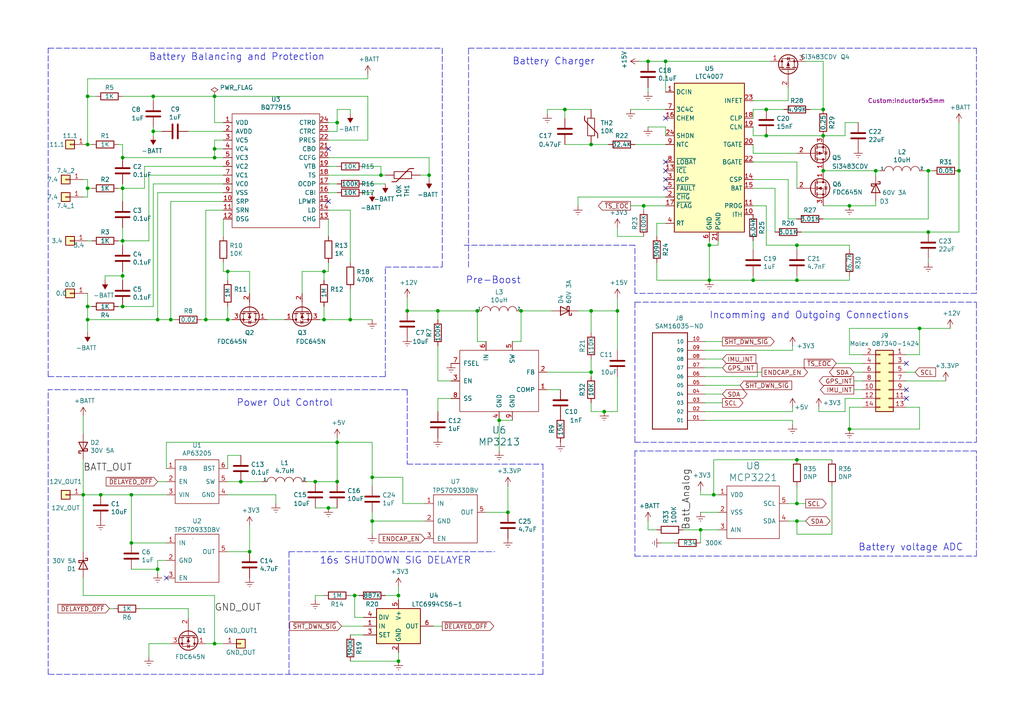
<source format=kicad_sch>
(kicad_sch (version 20211123) (generator eeschema)
  (paper "A4")
  (title_block (title "Makaniu BMS 1.1") (date "2020-08-13") (rev "0") (company "Open Ocean Initiative") (comment 1 "Drawn By: Lui Kawasumi"))
  (junction (at 44.45 27.94))
  (junction (at 222.25 39.37))
  (junction (at 97.79 35.56))
  (junction (at 45.72 92.71))
  (junction (at 246.38 59.69))
  (junction (at 203.2 153.67))
  (junction (at 25.4 54.61))
  (junction (at 95.25 147.32))
  (junction (at 186.69 59.69))
  (junction (at 118.11 90.17))
  (junction (at 124.46 50.8))
  (junction (at 72.39 160.02))
  (junction (at 97.79 128.27))
  (junction (at 35.56 80.01))
  (junction (at 205.74 81.28))
  (junction (at 115.57 172.72))
  (junction (at 101.6 92.71))
  (junction (at 266.7 95.25))
  (junction (at 207.01 143.51))
  (junction (at 175.26 119.38))
  (junction (at 147.32 148.59))
  (junction (at 187.96 17.78))
  (junction (at 62.23 27.94))
  (junction (at 171.45 107.95))
  (junction (at 93.98 78.74))
  (junction (at 238.76 39.37))
  (junction (at 35.56 69.85))
  (junction (at 231.14 146.05))
  (junction (at 35.56 54.61))
  (junction (at 102.87 172.72))
  (junction (at 91.44 139.7))
  (junction (at 222.25 31.75))
  (junction (at 151.13 90.17))
  (junction (at 110.49 50.8))
  (junction (at 25.4 88.9))
  (junction (at 38.1 157.48))
  (junction (at 238.76 31.75))
  (junction (at 35.56 88.9))
  (junction (at 24.13 143.51))
  (junction (at 179.07 90.17))
  (junction (at 45.72 165.1))
  (junction (at 44.45 38.1))
  (junction (at 35.56 45.72))
  (junction (at 49.53 92.71))
  (junction (at 29.21 143.51))
  (junction (at 254 49.53))
  (junction (at 59.69 92.71))
  (junction (at 69.85 139.7))
  (junction (at 278.13 49.53))
  (junction (at 62.23 45.72))
  (junction (at 25.4 27.94))
  (junction (at 218.44 81.28))
  (junction (at 107.95 151.13))
  (junction (at 107.95 138.43))
  (junction (at 269.24 49.53))
  (junction (at 246.38 124.46))
  (junction (at 238.76 49.53))
  (junction (at 66.04 92.71))
  (junction (at 163.83 31.75))
  (junction (at 231.14 71.12))
  (junction (at 62.23 186.69))
  (junction (at 127 90.17))
  (junction (at 138.43 90.17))
  (junction (at 269.24 67.31))
  (junction (at 144.78 121.92))
  (junction (at 193.04 17.78))
  (junction (at 62.23 43.18))
  (junction (at 66.04 78.74))
  (junction (at 97.79 139.7))
  (junction (at 205.74 71.12))
  (junction (at 93.98 92.71))
  (junction (at 38.1 143.51))
  (junction (at 231.14 81.28))
  (junction (at 171.45 41.91))
  (junction (at 115.57 191.77))
  (junction (at 25.4 41.91))
  (junction (at 171.45 90.17))
  (junction (at 25.4 92.71))
  (junction (at 231.14 151.13))
  (junction (at 231.14 133.35))
  (no_connect (at 48.26 167.64))
  (no_connect (at 193.04 46.99))
  (no_connect (at 193.04 54.61))
  (no_connect (at 262.89 113.03))
  (no_connect (at 95.25 58.42))
  (no_connect (at 262.89 105.41))
  (no_connect (at 193.04 52.07))
  (no_connect (at 262.89 115.57))
  (no_connect (at 193.04 34.29))
  (no_connect (at 193.04 49.53))
  (no_connect (at 95.25 43.18))
  (wire (pts (xy 45.72 139.7) (xy 48.26 139.7)))
  (wire (pts (xy 205.74 81.28) (xy 190.5 81.28)))
  (wire (pts (xy 38.1 143.51) (xy 48.26 143.51)))
  (wire (pts (xy 62.23 27.94) (xy 106.68 27.94)))
  (wire (pts (xy 193.04 39.37) (xy 193.04 36.83)))
  (wire (pts (xy 238.76 49.53) (xy 254 49.53)))
  (wire (pts (xy 250.19 110.49) (xy 247.65 110.49)))
  (wire (pts (xy 110.49 48.26) (xy 110.49 50.8)))
  (wire (pts (xy 97.79 128.27) (xy 97.79 127)))
  (wire (pts (xy 24.13 172.72) (xy 62.23 172.72)))
  (wire (pts (xy 228.6 29.21) (xy 228.6 25.4)))
  (wire (pts (xy 35.56 80.01) (xy 30.48 80.01)))
  (wire (pts (xy 95.25 60.96) (xy 101.6 60.96)))
  (wire (pts (xy 62.23 172.72) (xy 62.23 186.69)))
  (wire (pts (xy 127 115.57) (xy 127 119.38)))
  (wire (pts (xy 238.76 63.5) (xy 269.24 63.5)))
  (wire (pts (xy 269.24 49.53) (xy 267.97 49.53)))
  (wire (pts (xy 204.47 111.76) (xy 214.63 111.76)))
  (wire (pts (xy 250.19 115.57) (xy 245.11 115.57)))
  (wire (pts (xy 171.45 41.91) (xy 163.83 41.91)))
  (wire (pts (xy 232.41 67.31) (xy 269.24 67.31)))
  (wire (pts (xy 40.64 176.53) (xy 54.61 176.53)))
  (wire (pts (xy 45.72 165.1) (xy 45.72 166.37)))
  (wire (pts (xy 97.79 35.56) (xy 95.25 35.56)))
  (wire (pts (xy 231.14 81.28) (xy 246.38 81.28)))
  (wire (pts (xy 95.25 78.74) (xy 93.98 78.74)))
  (wire (pts (xy 25.4 22.86) (xy 25.4 27.94)))
  (wire (pts (xy 262.89 107.95) (xy 265.43 107.95)))
  (wire (pts (xy 222.25 59.69) (xy 222.25 71.12)))
  (wire (pts (xy 229.87 121.92) (xy 229.87 123.19)))
  (wire (pts (xy 31.75 176.53) (xy 33.02 176.53)))
  (polyline (pts (xy 184.15 130.81) (xy 184.15 161.29)))
  (polyline (pts (xy 111.76 109.22) (xy 111.76 77.47)))
  (wire (pts (xy 231.14 133.35) (xy 207.01 133.35)))
  (wire (pts (xy 193.04 31.75) (xy 182.88 31.75)))
  (wire (pts (xy 186.69 59.69) (xy 193.04 59.69)))
  (wire (pts (xy 66.04 139.7) (xy 69.85 139.7)))
  (wire (pts (xy 224.79 54.61) (xy 224.79 67.31)))
  (wire (pts (xy 218.44 36.83) (xy 218.44 39.37)))
  (wire (pts (xy 107.95 151.13) (xy 123.19 151.13)))
  (wire (pts (xy 102.87 179.07) (xy 102.87 172.72)))
  (wire (pts (xy 204.47 101.6) (xy 229.87 101.6)))
  (wire (pts (xy 64.77 45.72) (xy 62.23 45.72)))
  (wire (pts (xy 205.74 69.85) (xy 205.74 71.12)))
  (wire (pts (xy 218.44 52.07) (xy 228.6 52.07)))
  (polyline (pts (xy 283.21 13.97) (xy 283.21 85.09)))
  (wire (pts (xy 245.11 115.57) (xy 245.11 119.38)))
  (wire (pts (xy 204.47 104.14) (xy 209.55 104.14)))
  (wire (pts (xy 54.61 176.53) (xy 54.61 179.07)))
  (wire (pts (xy 222.25 39.37) (xy 238.76 39.37)))
  (wire (pts (xy 179.07 90.17) (xy 179.07 86.36)))
  (wire (pts (xy 25.4 88.9) (xy 26.67 88.9)))
  (wire (pts (xy 207.01 143.51) (xy 203.2 143.51)))
  (wire (pts (xy 87.63 78.74) (xy 87.63 85.09)))
  (wire (pts (xy 25.4 88.9) (xy 25.4 92.71)))
  (wire (pts (xy 186.69 60.96) (xy 186.69 59.69)))
  (polyline (pts (xy 184.15 161.29) (xy 283.21 161.29)))
  (wire (pts (xy 35.56 27.94) (xy 44.45 27.94)))
  (wire (pts (xy 237.49 119.38) (xy 237.49 118.11)))
  (wire (pts (xy 158.75 31.75) (xy 158.75 33.02)))
  (wire (pts (xy 238.76 39.37) (xy 245.11 39.37)))
  (wire (pts (xy 44.45 88.9) (xy 35.56 88.9)))
  (wire (pts (xy 175.26 119.38) (xy 179.07 119.38)))
  (wire (pts (xy 93.98 172.72) (xy 91.44 172.72)))
  (wire (pts (xy 231.14 151.13) (xy 228.6 151.13)))
  (polyline (pts (xy 184.15 87.63) (xy 283.21 87.63)))
  (wire (pts (xy 190.5 76.2) (xy 190.5 81.28)))
  (wire (pts (xy 24.13 57.15) (xy 25.4 57.15)))
  (wire (pts (xy 127 100.33) (xy 127 110.49)))
  (wire (pts (xy 171.45 109.22) (xy 171.45 107.95)))
  (wire (pts (xy 46.99 38.1) (xy 44.45 38.1)))
  (wire (pts (xy 26.67 69.85) (xy 25.4 69.85)))
  (wire (pts (xy 24.13 167.64) (xy 24.13 172.72)))
  (wire (pts (xy 93.98 92.71) (xy 101.6 92.71)))
  (wire (pts (xy 130.81 115.57) (xy 127 115.57)))
  (wire (pts (xy 102.87 172.72) (xy 104.14 172.72)))
  (wire (pts (xy 229.87 100.33) (xy 229.87 101.6)))
  (wire (pts (xy 95.25 147.32) (xy 97.79 147.32)))
  (polyline (pts (xy 135.89 13.97) (xy 283.21 13.97)))
  (wire (pts (xy 97.79 31.75) (xy 101.6 31.75)))
  (polyline (pts (xy 118.11 134.62) (xy 157.48 134.62)))
  (wire (pts (xy 41.91 48.26) (xy 41.91 54.61)))
  (wire (pts (xy 115.57 189.23) (xy 115.57 191.77)))
  (wire (pts (xy 185.42 17.78) (xy 187.96 17.78)))
  (wire (pts (xy 204.47 114.3) (xy 209.55 114.3)))
  (wire (pts (xy 35.56 53.34) (xy 35.56 54.61)))
  (wire (pts (xy 43.18 190.5) (xy 43.18 186.69)))
  (wire (pts (xy 97.79 38.1) (xy 97.79 35.56)))
  (wire (pts (xy 99.06 181.61) (xy 105.41 181.61)))
  (polyline (pts (xy 13.97 195.58) (xy 13.97 113.03)))
  (wire (pts (xy 270.51 49.53) (xy 269.24 49.53)))
  (polyline (pts (xy 283.21 130.81) (xy 184.15 130.81)))
  (wire (pts (xy 208.28 143.51) (xy 207.01 143.51)))
  (wire (pts (xy 118.11 90.17) (xy 118.11 86.36)))
  (wire (pts (xy 231.14 80.01) (xy 231.14 81.28)))
  (wire (pts (xy 62.23 40.64) (xy 62.23 43.18)))
  (wire (pts (xy 171.45 31.75) (xy 163.83 31.75)))
  (wire (pts (xy 91.44 147.32) (xy 95.25 147.32)))
  (wire (pts (xy 269.24 49.53) (xy 269.24 63.5)))
  (wire (pts (xy 66.04 78.74) (xy 72.39 78.74)))
  (wire (pts (xy 254 49.53) (xy 254 50.8)))
  (wire (pts (xy 107.95 151.13) (xy 107.95 154.94)))
  (wire (pts (xy 101.6 92.71) (xy 107.95 92.71)))
  (wire (pts (xy 95.25 76.2) (xy 95.25 78.74)))
  (wire (pts (xy 88.9 139.7) (xy 91.44 139.7)))
  (wire (pts (xy 48.26 128.27) (xy 48.26 135.89)))
  (wire (pts (xy 59.69 60.96) (xy 64.77 60.96)))
  (wire (pts (xy 24.13 143.51) (xy 29.21 143.51)))
  (wire (pts (xy 234.95 31.75) (xy 238.76 31.75)))
  (wire (pts (xy 231.14 46.99) (xy 218.44 46.99)))
  (wire (pts (xy 231.14 71.12) (xy 231.14 72.39)))
  (wire (pts (xy 207.01 133.35) (xy 207.01 143.51)))
  (wire (pts (xy 266.7 124.46) (xy 266.7 118.11)))
  (wire (pts (xy 190.5 64.77) (xy 190.5 68.58)))
  (wire (pts (xy 254 59.69) (xy 254 58.42)))
  (wire (pts (xy 107.95 128.27) (xy 97.79 128.27)))
  (wire (pts (xy 45.72 162.56) (xy 45.72 165.1)))
  (wire (pts (xy 24.13 120.65) (xy 24.13 125.73)))
  (wire (pts (xy 218.44 44.45) (xy 231.14 44.45)))
  (wire (pts (xy 107.95 148.59) (xy 107.95 151.13)))
  (wire (pts (xy 193.04 26.67) (xy 193.04 17.78)))
  (wire (pts (xy 231.14 154.94) (xy 241.3 154.94)))
  (wire (pts (xy 246.38 95.25) (xy 266.7 95.25)))
  (wire (pts (xy 124.46 50.8) (xy 121.92 50.8)))
  (wire (pts (xy 115.57 172.72) (xy 111.76 172.72)))
  (wire (pts (xy 115.57 172.72) (xy 115.57 170.18)))
  (wire (pts (xy 62.23 186.69) (xy 64.77 186.69)))
  (wire (pts (xy 245.11 35.56) (xy 248.92 35.56)))
  (wire (pts (xy 218.44 81.28) (xy 231.14 81.28)))
  (wire (pts (xy 110.49 50.8) (xy 111.76 50.8)))
  (wire (pts (xy 64.77 53.34) (xy 44.45 53.34)))
  (wire (pts (xy 97.79 128.27) (xy 48.26 128.27)))
  (wire (pts (xy 45.72 55.88) (xy 45.72 92.71)))
  (wire (pts (xy 266.7 95.25) (xy 275.59 95.25)))
  (wire (pts (xy 64.77 78.74) (xy 66.04 78.74)))
  (wire (pts (xy 95.25 48.26) (xy 97.79 48.26)))
  (wire (pts (xy 58.42 92.71) (xy 59.69 92.71)))
  (wire (pts (xy 231.14 71.12) (xy 246.38 71.12)))
  (wire (pts (xy 229.87 118.11) (xy 229.87 119.38)))
  (wire (pts (xy 238.76 17.78) (xy 238.76 31.75)))
  (wire (pts (xy 35.56 66.04) (xy 35.56 69.85)))
  (wire (pts (xy 250.19 113.03) (xy 247.65 113.03)))
  (wire (pts (xy 35.56 45.72) (xy 35.56 41.91)))
  (wire (pts (xy 25.4 57.15) (xy 25.4 54.61)))
  (wire (pts (xy 124.46 45.72) (xy 95.25 45.72)))
  (wire (pts (xy 59.69 186.69) (xy 62.23 186.69)))
  (wire (pts (xy 140.97 148.59) (xy 147.32 148.59)))
  (wire (pts (xy 64.77 40.64) (xy 62.23 40.64)))
  (wire (pts (xy 144.78 121.92) (xy 144.78 130.81)))
  (wire (pts (xy 208.28 71.12) (xy 205.74 71.12)))
  (wire (pts (xy 167.64 90.17) (xy 171.45 90.17)))
  (wire (pts (xy 246.38 80.01) (xy 246.38 81.28)))
  (wire (pts (xy 190.5 153.67) (xy 187.96 153.67)))
  (wire (pts (xy 95.25 50.8) (xy 110.49 50.8)))
  (wire (pts (xy 35.56 58.42) (xy 35.56 54.61)))
  (wire (pts (xy 278.13 49.53) (xy 278.13 35.56)))
  (wire (pts (xy 38.1 157.48) (xy 48.26 157.48)))
  (wire (pts (xy 208.28 69.85) (xy 208.28 71.12)))
  (wire (pts (xy 25.4 92.71) (xy 25.4 96.52)))
  (wire (pts (xy 158.75 113.03) (xy 162.56 113.03)))
  (wire (pts (xy 171.45 116.84) (xy 171.45 119.38)))
  (wire (pts (xy 35.56 41.91) (xy 34.29 41.91)))
  (wire (pts (xy 124.46 50.8) (xy 124.46 52.07)))
  (wire (pts (xy 95.25 38.1) (xy 97.79 38.1)))
  (wire (pts (xy 151.13 99.06) (xy 151.13 90.17)))
  (wire (pts (xy 64.77 48.26) (xy 41.91 48.26)))
  (wire (pts (xy 171.45 107.95) (xy 158.75 107.95)))
  (wire (pts (xy 219.71 107.95) (xy 220.98 107.95)))
  (wire (pts (xy 171.45 90.17) (xy 179.07 90.17)))
  (wire (pts (xy 97.79 55.88) (xy 95.25 55.88)))
  (wire (pts (xy 95.25 63.5) (xy 95.25 68.58)))
  (wire (pts (xy 27.94 27.94) (xy 25.4 27.94)))
  (wire (pts (xy 241.3 154.94) (xy 241.3 140.97)))
  (wire (pts (xy 130.81 110.49) (xy 127 110.49)))
  (wire (pts (xy 245.11 39.37) (xy 245.11 35.56)))
  (wire (pts (xy 218.44 31.75) (xy 222.25 31.75)))
  (wire (pts (xy 171.45 96.52) (xy 171.45 90.17)))
  (polyline (pts (xy 13.97 109.22) (xy 111.76 109.22)))
  (polyline (pts (xy 83.82 160.02) (xy 143.51 160.02)))
  (wire (pts (xy 193.04 64.77) (xy 190.5 64.77)))
  (wire (pts (xy 269.24 67.31) (xy 278.13 67.31)))
  (wire (pts (xy 49.53 58.42) (xy 49.53 92.71)))
  (wire (pts (xy 35.56 69.85) (xy 34.29 69.85)))
  (wire (pts (xy 193.04 36.83) (xy 187.96 36.83)))
  (wire (pts (xy 205.74 71.12) (xy 205.74 81.28)))
  (wire (pts (xy 151.13 90.17) (xy 160.02 90.17)))
  (polyline (pts (xy 157.48 134.62) (xy 157.48 195.58)))
  (wire (pts (xy 208.28 148.59) (xy 203.2 148.59)))
  (polyline (pts (xy 283.21 161.29) (xy 283.21 130.81)))
  (wire (pts (xy 250.19 107.95) (xy 247.65 107.95)))
  (wire (pts (xy 62.23 35.56) (xy 62.23 27.94)))
  (wire (pts (xy 34.29 88.9) (xy 35.56 88.9)))
  (wire (pts (xy 148.59 99.06) (xy 151.13 99.06)))
  (wire (pts (xy 233.68 151.13) (xy 231.14 151.13)))
  (wire (pts (xy 262.89 118.11) (xy 266.7 118.11)))
  (wire (pts (xy 163.83 31.75) (xy 163.83 34.29)))
  (polyline (pts (xy 283.21 85.09) (xy 184.15 85.09)))
  (polyline (pts (xy 184.15 128.27) (xy 283.21 128.27)))
  (wire (pts (xy 25.4 27.94) (xy 25.4 41.91)))
  (wire (pts (xy 218.44 34.29) (xy 218.44 31.75)))
  (wire (pts (xy 95.25 53.34) (xy 97.79 53.34)))
  (wire (pts (xy 245.11 119.38) (xy 237.49 119.38)))
  (wire (pts (xy 231.14 151.13) (xy 231.14 154.94)))
  (wire (pts (xy 246.38 59.69) (xy 254 59.69)))
  (wire (pts (xy 105.41 179.07) (xy 102.87 179.07)))
  (wire (pts (xy 93.98 81.28) (xy 93.98 78.74)))
  (wire (pts (xy 62.23 43.18) (xy 64.77 43.18)))
  (wire (pts (xy 262.89 110.49) (xy 274.32 110.49)))
  (wire (pts (xy 127 90.17) (xy 127 92.71)))
  (wire (pts (xy 171.45 107.95) (xy 171.45 104.14)))
  (wire (pts (xy 179.07 68.58) (xy 186.69 68.58)))
  (wire (pts (xy 29.21 143.51) (xy 38.1 143.51)))
  (wire (pts (xy 218.44 39.37) (xy 222.25 39.37)))
  (wire (pts (xy 144.78 121.92) (xy 148.59 121.92)))
  (wire (pts (xy 187.96 17.78) (xy 193.04 17.78)))
  (wire (pts (xy 229.87 119.38) (xy 204.47 119.38)))
  (wire (pts (xy 26.67 54.61) (xy 25.4 54.61)))
  (wire (pts (xy 105.41 184.15) (xy 101.6 184.15)))
  (wire (pts (xy 101.6 60.96) (xy 101.6 76.2)))
  (wire (pts (xy 205.74 81.28) (xy 218.44 81.28)))
  (wire (pts (xy 187.96 25.4) (xy 187.96 26.67)))
  (wire (pts (xy 101.6 83.82) (xy 101.6 92.71)))
  (polyline (pts (xy 184.15 87.63) (xy 184.15 128.27)))
  (wire (pts (xy 204.47 109.22) (xy 219.71 109.22)))
  (wire (pts (xy 64.77 63.5) (xy 64.77 68.58)))
  (wire (pts (xy 228.6 146.05) (xy 231.14 146.05)))
  (wire (pts (xy 67.31 92.71) (xy 66.04 92.71)))
  (wire (pts (xy 219.71 109.22) (xy 219.71 107.95)))
  (wire (pts (xy 250.19 102.87) (xy 246.38 102.87)))
  (wire (pts (xy 218.44 59.69) (xy 222.25 59.69)))
  (wire (pts (xy 218.44 69.85) (xy 218.44 72.39)))
  (polyline (pts (xy 83.82 160.02) (xy 83.82 195.58)))
  (wire (pts (xy 218.44 29.21) (xy 228.6 29.21)))
  (wire (pts (xy 222.25 71.12) (xy 231.14 71.12)))
  (wire (pts (xy 69.85 139.7) (xy 76.2 139.7)))
  (polyline (pts (xy 13.97 13.97) (xy 128.27 13.97)))
  (wire (pts (xy 167.64 57.15) (xy 167.64 59.69)))
  (wire (pts (xy 35.56 71.12) (xy 35.56 69.85)))
  (wire (pts (xy 105.41 48.26) (xy 110.49 48.26)))
  (wire (pts (xy 218.44 80.01) (xy 218.44 81.28)))
  (wire (pts (xy 127 90.17) (xy 118.11 90.17)))
  (wire (pts (xy 278.13 49.53) (xy 278.13 67.31)))
  (wire (pts (xy 93.98 92.71) (xy 92.71 92.71)))
  (wire (pts (xy 35.56 54.61) (xy 34.29 54.61)))
  (wire (pts (xy 38.1 157.48) (xy 38.1 143.51)))
  (wire (pts (xy 124.46 45.72) (xy 124.46 50.8)))
  (wire (pts (xy 105.41 53.34) (xy 111.76 53.34)))
  (wire (pts (xy 54.61 38.1) (xy 64.77 38.1)))
  (wire (pts (xy 233.68 17.78) (xy 238.76 17.78)))
  (wire (pts (xy 231.14 54.61) (xy 231.14 46.99)))
  (wire (pts (xy 25.4 52.07) (xy 25.4 54.61)))
  (wire (pts (xy 222.25 31.75) (xy 227.33 31.75)))
  (wire (pts (xy 193.04 17.78) (xy 223.52 17.78)))
  (wire (pts (xy 35.56 80.01) (xy 35.56 81.28)))
  (wire (pts (xy 106.68 40.64) (xy 106.68 27.94)))
  (wire (pts (xy 105.41 55.88) (xy 107.95 55.88)))
  (wire (pts (xy 64.77 76.2) (xy 64.77 78.74)))
  (wire (pts (xy 45.72 92.71) (xy 49.53 92.71)))
  (wire (pts (xy 228.6 52.07) (xy 228.6 63.5)))
  (wire (pts (xy 262.89 102.87) (xy 266.7 102.87)))
  (wire (pts (xy 182.88 59.69) (xy 186.69 59.69)))
  (wire (pts (xy 125.73 181.61) (xy 128.27 181.61)))
  (polyline (pts (xy 184.15 85.09) (xy 184.15 71.12)))
  (wire (pts (xy 250.19 105.41) (xy 242.57 105.41)))
  (wire (pts (xy 147.32 140.97) (xy 147.32 148.59)))
  (wire (pts (xy 41.91 54.61) (xy 35.56 54.61)))
  (wire (pts (xy 95.25 40.64) (xy 106.68 40.64)))
  (wire (pts (xy 66.04 81.28) (xy 66.04 78.74)))
  (wire (pts (xy 64.77 35.56) (xy 62.23 35.56)))
  (polyline (pts (xy 283.21 128.27) (xy 283.21 87.63)))
  (wire (pts (xy 269.24 76.2) (xy 269.24 74.93)))
  (wire (pts (xy 203.2 153.67) (xy 198.12 153.67)))
  (wire (pts (xy 91.44 172.72) (xy 91.44 173.99)))
  (wire (pts (xy 266.7 95.25) (xy 266.7 102.87)))
  (wire (pts (xy 80.01 143.51) (xy 80.01 146.05)))
  (wire (pts (xy 24.13 160.02) (xy 24.13 143.51)))
  (wire (pts (xy 179.07 66.04) (xy 179.07 68.58)))
  (polyline (pts (xy 118.11 113.03) (xy 118.11 134.62)))
  (wire (pts (xy 59.69 60.96) (xy 59.69 92.71)))
  (wire (pts (xy 218.44 54.61) (xy 224.79 54.61)))
  (wire (pts (xy 246.38 72.39) (xy 246.38 71.12)))
  (wire (pts (xy 171.45 119.38) (xy 175.26 119.38)))
  (wire (pts (xy 231.14 146.05) (xy 233.68 146.05)))
  (wire (pts (xy 246.38 102.87) (xy 246.38 95.25)))
  (wire (pts (xy 66.04 160.02) (xy 72.39 160.02)))
  (wire (pts (xy 44.45 53.34) (xy 44.45 88.9)))
  (wire (pts (xy 204.47 121.92) (xy 229.87 121.92)))
  (wire (pts (xy 72.39 152.4) (xy 72.39 160.02)))
  (wire (pts (xy 66.04 92.71) (xy 66.04 88.9)))
  (wire (pts (xy 91.44 139.7) (xy 97.79 139.7)))
  (polyline (pts (xy 135.89 77.47) (xy 135.89 13.97)))
  (wire (pts (xy 115.57 173.99) (xy 115.57 172.72)))
  (wire (pts (xy 246.38 124.46) (xy 266.7 124.46)))
  (wire (pts (xy 59.69 92.71) (xy 66.04 92.71)))
  (wire (pts (xy 138.43 90.17) (xy 127 90.17)))
  (wire (pts (xy 80.01 143.51) (xy 66.04 143.51)))
  (wire (pts (xy 106.68 22.86) (xy 25.4 22.86)))
  (wire (pts (xy 35.56 78.74) (xy 35.56 80.01)))
  (wire (pts (xy 72.39 78.74) (xy 72.39 85.09)))
  (wire (pts (xy 44.45 38.1) (xy 44.45 39.37)))
  (polyline (pts (xy 128.27 13.97) (xy 128.27 77.47)))
  (wire (pts (xy 123.19 146.05) (xy 116.84 146.05)))
  (wire (pts (xy 97.79 31.75) (xy 97.79 35.56)))
  (wire (pts (xy 101.6 31.75) (xy 101.6 33.02)))
  (wire (pts (xy 24.13 52.07) (xy 25.4 52.07)))
  (wire (pts (xy 138.43 90.17) (xy 138.43 99.06)))
  (wire (pts (xy 49.53 92.71) (xy 50.8 92.71)))
  (wire (pts (xy 193.04 57.15) (xy 167.64 57.15)))
  (wire (pts (xy 30.48 80.01) (xy 30.48 81.28)))
  (wire (pts (xy 191.77 157.48) (xy 195.58 157.48)))
  (wire (pts (xy 228.6 63.5) (xy 231.14 63.5)))
  (wire (pts (xy 179.07 101.6) (xy 179.07 90.17)))
  (polyline (pts (xy 118.11 113.03) (xy 13.97 113.03)))
  (wire (pts (xy 179.07 119.38) (xy 179.07 109.22)))
  (wire (pts (xy 116.84 138.43) (xy 107.95 138.43)))
  (wire (pts (xy 107.95 138.43) (xy 107.95 140.97)))
  (wire (pts (xy 193.04 41.91) (xy 184.15 41.91)))
  (wire (pts (xy 93.98 78.74) (xy 87.63 78.74)))
  (wire (pts (xy 106.68 22.86) (xy 106.68 21.59)))
  (wire (pts (xy 43.18 50.8) (xy 64.77 50.8)))
  (wire (pts (xy 97.79 128.27) (xy 97.79 139.7)))
  (wire (pts (xy 25.4 92.71) (xy 45.72 92.71)))
  (wire (pts (xy 82.55 92.71) (xy 77.47 92.71)))
  (wire (pts (xy 62.23 43.18) (xy 62.23 45.72)))
  (wire (pts (xy 62.23 45.72) (xy 35.56 45.72)))
  (wire (pts (xy 241.3 133.35) (xy 231.14 133.35)))
  (polyline (pts (xy 13.97 109.22) (xy 13.97 13.97)))
  (wire (pts (xy 107.95 128.27) (xy 107.95 138.43)))
  (polyline (pts (xy 111.76 77.47) (xy 128.27 77.47)))
  (wire (pts (xy 44.45 36.83) (xy 44.45 38.1)))
  (wire (pts (xy 24.13 133.35) (xy 24.13 143.51)))
  (wire (pts (xy 44.45 27.94) (xy 62.23 27.94)))
  (wire (pts (xy 218.44 41.91) (xy 218.44 44.45)))
  (wire (pts (xy 101.6 172.72) (xy 102.87 172.72)))
  (wire (pts (xy 26.67 41.91) (xy 25.4 41.91)))
  (wire (pts (xy 66.04 132.08) (xy 69.85 132.08)))
  (wire (pts (xy 93.98 92.71) (xy 93.98 88.9)))
  (wire (pts (xy 203.2 143.51) (xy 203.2 142.24)))
  (wire (pts (xy 254 49.53) (xy 255.27 49.53)))
  (wire (pts (xy 49.53 186.69) (xy 43.18 186.69)))
  (wire (pts (xy 138.43 99.06) (xy 140.97 99.06)))
  (wire (pts (xy 204.47 116.84) (xy 209.55 116.84)))
  (wire (pts (xy 238.76 59.69) (xy 246.38 59.69)))
  (wire (pts (xy 38.1 165.1) (xy 45.72 165.1)))
  (wire (pts (xy 101.6 191.77) (xy 115.57 191.77)))
  (wire (pts (xy 231.14 146.05) (xy 231.14 140.97)))
  (wire (pts (xy 176.53 41.91) (xy 171.45 41.91)))
  (wire (pts (xy 204.47 106.68) (xy 209.55 106.68)))
  (wire (pts (xy 208.28 153.67) (xy 203.2 153.67)))
  (wire (pts (xy 187.96 153.67) (xy 187.96 151.13)))
  (wire (pts (xy 204.47 99.06) (xy 209.55 99.06)))
  (wire (pts (xy 64.77 55.88) (xy 45.72 55.88)))
  (wire (pts (xy 45.72 162.56) (xy 48.26 162.56)))
  (wire (pts (xy 163.83 31.75) (xy 158.75 31.75)))
  (polyline (pts (xy 184.15 71.12) (xy 134.62 71.12)))
  (wire (pts (xy 66.04 135.89) (xy 66.04 132.08)))
  (wire (pts (xy 25.4 85.09) (xy 25.4 88.9)))
  (wire (pts (xy 44.45 29.21) (xy 44.45 27.94)))
  (wire (pts (xy 246.38 118.11) (xy 246.38 124.46)))
  (wire (pts (xy 203.2 153.67) (xy 203.2 157.48)))
  (wire (pts (xy 250.19 118.11) (xy 246.38 118.11)))
  (wire (pts (xy 35.56 69.85) (xy 43.18 69.85)))
  (polyline (pts (xy 157.48 195.58) (xy 13.97 195.58)))
  (wire (pts (xy 116.84 146.05) (xy 116.84 138.43)))
  (wire (pts (xy 43.18 69.85) (xy 43.18 50.8)))
  (wire (pts (xy 49.53 58.42) (xy 64.77 58.42)))
  (text "Power Out Control" (at 68.58 118.11 0) (effects (font (size 2.0066 2.0066)) (justify left bottom)))
  (text "16s SHUTDOWN SIG DELAYER" (at 92.71 163.83 0) (effects (font (size 2.0066 2.0066)) (justify left bottom)))
  (text "Battery voltage ADC" (at 248.92 160.02 0) (effects (font (size 2.0066 2.0066)) (justify left bottom)))
  (text "Pre-Boost" (at 151.13 82.55 180) (effects (font (size 2.0066 2.0066)) (justify right bottom)))
  (text "Battery Charger" (at 148.59 19.05 0) (effects (font (size 2.0066 2.0066)) (justify left bottom)))
  (text "Battery Balancing and Protection" (at 43.18 17.78 0) (effects (font (size 2.0066 2.0066)) (justify left bottom)))
  (text "Incomming and Outgoing Connections" (at 205.74 92.71 0) (effects (font (size 2.0066 2.0066)) (justify left bottom)))
  (label "BATT_OUT" (at 24.13 137.16 0) (effects (font (size 2.0066 2.0066))))
  (label "Batt_Analog" (at 200.66 153.67 90) (effects (font (size 2.0066 2.0066))))
  (label "GND_OUT" (at 62.23 177.8 0) (effects (font (size 2.0066 2.0066))))
  (global_label "~{DELAYED_OFF}" (shape output) (at 128.27 181.61 0) (property "Intersheet References" "${INTERSHEET_REFS}" (effects hide)))
  (global_label "SDA" (shape bidirectional) (at 247.65 107.95 180) (property "Intersheet References" "${INTERSHEET_REFS}" (effects hide)))
  (global_label "~{DELAYED_OFF}" (shape input) (at 45.72 139.7 180) (property "Intersheet References" "${INTERSHEET_REFS}" (effects hide)))
  (global_label "~{TS_EOC}" (shape input) (at 242.57 105.41 180) (property "Intersheet References" "${INTERSHEET_REFS}" (effects hide)))
  (global_label "~{SHT_DWN_SIG}" (shape output) (at 209.55 99.06 0) (property "Intersheet References" "${INTERSHEET_REFS}" (effects hide)))
  (global_label "SCL" (shape output) (at 209.55 116.84 0) (property "Intersheet References" "${INTERSHEET_REFS}" (effects hide)))
  (global_label "~{DELAYED_OFF}" (shape input) (at 31.75 176.53 180) (property "Intersheet References" "${INTERSHEET_REFS}" (effects hide)))
  (global_label "SDA" (shape bidirectional) (at 233.68 151.13 0) (property "Intersheet References" "${INTERSHEET_REFS}" (effects hide)))
  (global_label "GPS_INT" (shape input) (at 209.55 106.68 0) (property "Intersheet References" "${INTERSHEET_REFS}" (effects hide)))
  (global_label "~{SHT_DWN_SIG}" (shape input) (at 214.63 111.76 0) (property "Intersheet References" "${INTERSHEET_REFS}" (effects hide)))
  (global_label "~{TS_EOC}" (shape output) (at 182.88 59.69 180) (property "Intersheet References" "${INTERSHEET_REFS}" (effects hide)))
  (global_label "IMU_INT" (shape input) (at 209.55 104.14 0) (property "Intersheet References" "${INTERSHEET_REFS}" (effects hide)))
  (global_label "ENDCAP_EN" (shape output) (at 220.98 107.95 0) (property "Intersheet References" "${INTERSHEET_REFS}" (effects hide)))
  (global_label "ENDCAP_EN" (shape input) (at 123.19 156.21 180) (property "Intersheet References" "${INTERSHEET_REFS}" (effects hide)))
  (global_label "~{SHT_DWN_SIG}" (shape input) (at 99.06 181.61 180) (property "Intersheet References" "${INTERSHEET_REFS}" (effects hide)))
  (global_label "SCL" (shape input) (at 265.43 107.95 0) (property "Intersheet References" "${INTERSHEET_REFS}" (effects hide)))
  (global_label "GPS_INT" (shape output) (at 247.65 110.49 180) (property "Intersheet References" "${INTERSHEET_REFS}" (effects hide)))
  (global_label "SDA" (shape bidirectional) (at 209.55 114.3 0) (property "Intersheet References" "${INTERSHEET_REFS}" (effects hide)))
  (global_label "IMU_INT" (shape output) (at 247.65 113.03 180) (property "Intersheet References" "${INTERSHEET_REFS}" (effects hide)))
  (global_label "SCL" (shape output) (at 233.68 146.05 0) (property "Intersheet References" "${INTERSHEET_REFS}" (effects hide)))
  (symbol (lib_id "Maka_BMS-rescue:BQ77915-Custom") (at 80.01 30.48 0) (unit 1)
    (property "Reference" "U3" (at 80.01 28.829 0))
    (property "Value" "BQ77915" (at 80.01 31.1404 0))
    (property "Footprint" "Package_SO:TSSOP-24_4.4x7.8mm_P0.65mm" (effects hide))
    (property "Digikey" "296-50995-1-ND" (effects hide))
    (property "LCSC" "C2905736" (effects hide))
    (property "Buy Digikey" "Buy: No stock" (effects hide))
  )
  (symbol (lib_id "Maka_BMS-rescue:T1M-10-F-SH-L-K-Custom") (at 194.31 111.76 180) (unit 1)
    (property "Reference" "J8" (at 197.0278 92.2782 0))
    (property "Value" " ‎SAM16035-ND‎" (at 197.0278 94.5896 0))
    (property "Footprint" "Custom:SAMTEC_T1M-10-F-SH-L-K" (effects hide))
    (property "Digikey" "	SAM11993-ND" (effects hide))
    (property "Buy Digikey" "skip: SAMTEC" (effects hide))
  )
  (symbol (lib_id "Connector_Generic:Conn_02x07_Odd_Even") (at 257.81 110.49 0) (mirror y) (unit 1)
    (property "Reference" "J9" (at 256.54 97.3582 0))
    (property "Value" "Molex 087340-1424" (at 256.54 99.6696 0))
    (property "Footprint" "Custom:Molex_87340-1424_B" (effects hide))
    (property "Digikey" "	23-0873401424-ND" (effects hide))
    (property "Buy Digikey" "Buy: limited" (effects hide))
  )
  (symbol (lib_id "power:+5V") (at 229.87 118.11 0) (unit 1)
    (property "Reference" "#PWR030" (effects hide))
    (property "Value" "+5V" (at 232.41 118.11 0))
  )
  (symbol (lib_id "Device:R") (at 31.75 27.94 270) (unit 1)
    (property "Reference" "R5" (at 31.75 25.4 90))
    (property "Value" "1K" (at 31.75 27.94 90))
    (property "Footprint" "Resistor_SMD:R_0402_1005Metric" (effects hide))
    (property "Digikey" "YAG1234CT-ND" (effects hide))
    (property "LCSC" "C11702" (effects hide))
    (property "Buy Digikey" "skip" (effects hide))
  )
  (symbol (lib_id "Device:C") (at 50.8 38.1 270) (unit 1)
    (property "Reference" "C9" (at 50.8 31.6992 90))
    (property "Value" "1uF" (at 50.8 34.0106 90))
    (property "Footprint" "Capacitor_SMD:C_0402_1005Metric" (effects hide))
    (property "Digikey" "	490-10017-1-ND" (effects hide))
    (property "LCSC" "C52923" (effects hide))
    (property "Buy Digikey" "skip" (effects hide))
  )
  (symbol (lib_id "power:Earth") (at 246.38 124.46 0) (unit 1)
    (property "Reference" "#PWR033" (effects hide))
    (property "Value" "Earth" (effects hide))
  )
  (symbol (lib_id "power:Earth") (at 229.87 123.19 0) (unit 1)
    (property "Reference" "#PWR031" (effects hide))
    (property "Value" "Earth" (effects hide))
  )
  (symbol (lib_id "Device:C") (at 44.45 33.02 180) (unit 1)
    (property "Reference" "C8" (at 38.1 31.75 0) (effects (justify right)))
    (property "Value" "1uF" (at 38.1 34.29 0) (effects (justify right)))
    (property "Footprint" "Capacitor_SMD:C_0402_1005Metric" (effects hide))
    (property "Digikey" "	490-10017-1-ND" (effects hide))
    (property "LCSC" "C52923" (effects hide))
    (property "Buy Digikey" "skip" (effects hide))
  )
  (symbol (lib_id "Device:R") (at 30.48 41.91 270) (unit 1)
    (property "Reference" "R1" (at 30.48 39.37 90))
    (property "Value" "1K" (at 30.48 41.91 90))
    (property "Footprint" "Resistor_SMD:R_0402_1005Metric" (effects hide))
    (property "Digikey" "YAG1234CT-ND" (effects hide))
    (property "LCSC" "C11702" (effects hide))
    (property "Buy Digikey" "skip" (effects hide))
  )
  (symbol (lib_id "Device:R") (at 64.77 72.39 180) (unit 1)
    (property "Reference" "R10" (at 66.548 71.2216 0) (effects (justify right)))
    (property "Value" "10K" (at 66.548 73.533 0) (effects (justify right)))
    (property "Footprint" "Resistor_SMD:R_0402_1005Metric" (effects hide))
    (property "Digikey" "	311-10.0KLRCT-ND" (effects hide))
    (property "LCSC" "C25744" (effects hide))
    (property "Buy Digikey" "skip" (effects hide))
  )
  (symbol (lib_id "Device:R") (at 95.25 72.39 180) (unit 1)
    (property "Reference" "R13" (at 97.028 71.2216 0) (effects (justify right)))
    (property "Value" "1K" (at 97.028 73.533 0) (effects (justify right)))
    (property "Footprint" "Resistor_SMD:R_0402_1005Metric" (effects hide))
    (property "Digikey" "YAG1234CT-ND" (effects hide))
    (property "LCSC" "C11702" (effects hide))
    (property "Buy Digikey" "skip" (effects hide))
  )
  (symbol (lib_id "Device:C") (at 35.56 49.53 180) (unit 1)
    (property "Reference" "C2" (at 38.481 48.3616 0) (effects (justify right)))
    (property "Value" "0.1uF" (at 38.481 50.673 0) (effects (justify right)))
    (property "Footprint" "Capacitor_SMD:C_0402_1005Metric" (effects hide))
    (property "Digikey" "732-7495-1-ND" (effects hide))
    (property "LCSC" "C155422" (effects hide))
    (property "Buy Digikey" "skip" (effects hide))
  )
  (symbol (lib_id "Device:C") (at 35.56 62.23 180) (unit 1)
    (property "Reference" "C3" (at 38.481 61.0616 0) (effects (justify right)))
    (property "Value" "0.1uF" (at 38.481 63.373 0) (effects (justify right)))
    (property "Footprint" "Capacitor_SMD:C_0402_1005Metric" (effects hide))
    (property "Digikey" "732-7495-1-ND" (effects hide))
    (property "LCSC" "C155422" (effects hide))
    (property "Buy Digikey" "skip" (effects hide))
  )
  (symbol (lib_id "Device:R") (at 30.48 54.61 270) (unit 1)
    (property "Reference" "R2" (at 30.48 52.07 90))
    (property "Value" "1K" (at 30.48 54.61 90))
    (property "Footprint" "Resistor_SMD:R_0402_1005Metric" (effects hide))
    (property "Digikey" "YAG1234CT-ND" (effects hide))
    (property "LCSC" "C11702" (effects hide))
    (property "Buy Digikey" "skip" (effects hide))
  )
  (symbol (lib_id "Device:R") (at 30.48 69.85 270) (unit 1)
    (property "Reference" "R3" (at 30.48 67.31 90))
    (property "Value" "1K" (at 30.48 69.85 90))
    (property "Footprint" "Resistor_SMD:R_0402_1005Metric" (effects hide))
    (property "Digikey" "YAG1234CT-ND" (effects hide))
    (property "LCSC" "C11702" (effects hide))
    (property "Buy Digikey" "skip" (effects hide))
  )
  (symbol (lib_id "Device:C") (at 35.56 74.93 180) (unit 1)
    (property "Reference" "C4" (at 38.481 73.7616 0) (effects (justify right)))
    (property "Value" "0.1uF" (at 38.481 76.073 0) (effects (justify right)))
    (property "Footprint" "Capacitor_SMD:C_0402_1005Metric" (effects hide))
    (property "Digikey" "732-7495-1-ND" (effects hide))
    (property "LCSC" "C155422" (effects hide))
    (property "Buy Digikey" "skip" (effects hide))
  )
  (symbol (lib_id "Device:C") (at 35.56 85.09 180) (unit 1)
    (property "Reference" "C5" (at 38.481 83.9216 0) (effects (justify right)))
    (property "Value" "0.1uF" (at 38.481 86.233 0) (effects (justify right)))
    (property "Footprint" "Capacitor_SMD:C_0402_1005Metric" (effects hide))
    (property "Digikey" "732-7495-1-ND" (effects hide))
    (property "LCSC" "C155422" (effects hide))
    (property "Buy Digikey" "skip" (effects hide))
  )
  (symbol (lib_id "Device:R") (at 30.48 88.9 270) (unit 1)
    (property "Reference" "R4" (at 30.48 91.44 90))
    (property "Value" "1K" (at 30.48 88.9 90))
    (property "Footprint" "Resistor_SMD:R_0402_1005Metric" (effects hide))
    (property "Digikey" "YAG1234CT-ND" (effects hide))
    (property "LCSC" "C11702" (effects hide))
    (property "Buy Digikey" "skip" (effects hide))
  )
  (symbol (lib_id "power:Earth") (at 107.95 92.71 0) (unit 1)
    (property "Reference" "#PWR019" (effects hide))
    (property "Value" "Earth" (effects hide))
  )
  (symbol (lib_id "Device:R") (at 54.61 92.71 270) (unit 1)
    (property "Reference" "R8" (at 54.61 90.17 90))
    (property "Value" "0.02" (at 54.61 92.71 90))
    (property "Footprint" "Resistor_SMD:R_1206_3216Metric" (effects hide))
    (property "Digikey" "WSLP-.02CT-ND" (effects hide))
    (property "LCSC" "C127690" (effects hide))
    (property "Buy Digikey" "skip" (effects hide))
  )
  (symbol (lib_id "Device:Thermistor") (at 116.84 50.8 270) (unit 1)
    (property "Reference" "TH1" (at 118.0084 53.467 0) (effects (justify left)))
    (property "Value" "10K" (at 115.697 53.467 0) (effects (justify left)))
    (property "Footprint" "Resistor_SMD:R_0402_1005Metric" (effects hide))
    (property "Digikey" "495-5814-1-ND" (effects hide))
    (property "LCSC" "C700822" (effects hide))
    (property "Buy Digikey" "skip" (effects hide))
  )
  (symbol (lib_id "Device:R") (at 101.6 55.88 270) (unit 1)
    (property "Reference" "R17" (at 106.68 55.88 90))
    (property "Value" "10K" (at 101.6 55.88 90))
    (property "Footprint" "Resistor_SMD:R_0402_1005Metric" (effects hide))
    (property "Digikey" "	311-10.0KLRCT-ND" (effects hide))
    (property "LCSC" "C25744" (effects hide))
    (property "Buy Digikey" "skip" (effects hide))
  )
  (symbol (lib_id "Device:R") (at 101.6 53.34 270) (unit 1)
    (property "Reference" "R16" (at 106.68 53.34 90))
    (property "Value" "100K" (at 101.6 53.34 90))
    (property "Footprint" "Resistor_SMD:R_0402_1005Metric" (effects hide))
    (property "Digikey" "311-100KLRCT-ND" (effects hide))
    (property "LCSC" "C25741" (effects hide))
    (property "Buy Digikey" "skip" (effects hide))
  )
  (symbol (lib_id "Device:R") (at 101.6 48.26 270) (unit 1)
    (property "Reference" "R15" (at 106.68 48.26 90))
    (property "Value" "10K" (at 101.6 48.26 90))
    (property "Footprint" "Resistor_SMD:R_0402_1005Metric" (effects hide))
    (property "Digikey" "	311-10.0KLRCT-ND" (effects hide))
    (property "LCSC" "C25744" (effects hide))
    (property "Buy Digikey" "skip" (effects hide))
  )
  (symbol (lib_id "Device:R") (at 101.6 80.01 180) (unit 1)
    (property "Reference" "R18" (at 103.378 78.8416 0) (effects (justify right)))
    (property "Value" "470K" (at 103.378 81.153 0) (effects (justify right)))
    (property "Footprint" "Resistor_SMD:R_0402_1005Metric" (effects hide))
    (property "Digikey" "311-470KJRCT-ND" (effects hide))
    (property "LCSC" "C25790" (effects hide))
    (property "Buy Digikey" "skip" (effects hide))
  )
  (symbol (lib_id "Device:R") (at 93.98 85.09 180) (unit 1)
    (property "Reference" "R12" (at 95.758 83.9216 0) (effects (justify right)))
    (property "Value" "1M" (at 93.98 86.36 90) (effects (justify right)))
    (property "Footprint" "Resistor_SMD:R_0402_1005Metric" (effects hide))
    (property "Digikey" "311-1.00MLRCT-ND" (effects hide))
    (property "LCSC" "C26083" (effects hide))
    (property "Buy Digikey" "skip" (effects hide))
  )
  (symbol (lib_id "Device:R") (at 66.04 85.09 180) (unit 1)
    (property "Reference" "R11" (at 67.818 83.9216 0) (effects (justify right)))
    (property "Value" "1M" (at 66.04 86.36 90) (effects (justify right)))
    (property "Footprint" "Resistor_SMD:R_0402_1005Metric" (effects hide))
    (property "Digikey" "311-1.00MLRCT-ND" (effects hide))
    (property "LCSC" "C26083" (effects hide))
    (property "Buy Digikey" "skip" (effects hide))
  )
  (symbol (lib_id "power:+BATT") (at 106.68 21.59 0) (unit 1)
    (property "Reference" "#PWR017" (effects hide))
    (property "Value" "+BATT" (at 107.061 17.1958 0))
  )
  (symbol (lib_id "power:-BATT") (at 25.4 96.52 180) (unit 1)
    (property "Reference" "#PWR02" (effects hide))
    (property "Value" "-BATT" (at 25.019 100.9142 0))
  )
  (symbol (lib_id "Device:Q_NMOS_DGS") (at 72.39 90.17 270) (unit 1)
    (property "Reference" "Q2" (at 72.39 96.4946 90))
    (property "Value" "FDC645N" (at 67.31 99.06 90))
    (property "Footprint" "Custom:SOT-23-6_mosfet" (effects hide))
    (property "Digikey" "FDC655BNCT-ND " (effects hide))
    (property "LCSC" "C241775" (effects hide))
    (property "Buy Digikey" "Buy: Substitute" (effects hide))
  )
  (symbol (lib_id "Device:Q_NMOS_DGS") (at 87.63 90.17 90) (mirror x) (unit 1)
    (property "Reference" "Q3" (at 87.63 96.4946 90))
    (property "Value" "FDC645N" (at 90.17 99.06 90))
    (property "Footprint" "Custom:SOT-23-6_mosfet" (effects hide))
    (property "Digikey" "FDC655BNCT-ND " (effects hide))
    (property "LCSC" "C241775" (effects hide))
    (property "Buy Digikey" "Buy: Substitute" (effects hide))
  )
  (symbol (lib_id "Battery_Management:LTC4007") (at 205.74 46.99 0) (unit 1)
    (property "Reference" "U5" (at 205.74 19.8882 0))
    (property "Value" "LTC4007" (at 205.74 22.1996 0))
    (property "Footprint" "Package_SO:SSOP-24_3.9x8.7mm_P0.635mm" (effects hide))
    (property "Datasheet" "https://www.analog.com/media/en/technical-documentation/data-sheets/4007fc.pdf" (effects hide))
    (property "Digikey" "	LTC4007EGN#PBF-ND" (effects hide))
    (property "LCSC" "C687118" (effects hide))
    (property "Buy Digikey" "Buy: No stock" (effects hide))
  )
  (symbol (lib_id "Device:C") (at 187.96 21.59 180) (unit 1)
    (property "Reference" "C18" (at 190.881 20.4216 0) (effects (justify right)))
    (property "Value" "0.1uF" (at 190.881 22.733 0) (effects (justify right)))
    (property "Footprint" "Capacitor_SMD:C_0402_1005Metric" (effects hide))
    (property "Digikey" "732-7495-1-ND" (effects hide))
    (property "LCSC" "C155422" (effects hide))
    (property "Buy Digikey" "skip" (effects hide))
  )
  (symbol (lib_id "power:Earth") (at 187.96 26.67 0) (unit 1)
    (property "Reference" "#PWR027" (effects hide))
    (property "Value" "Earth" (effects hide))
  )
  (symbol (lib_id "Device:Q_PMOS_DGS") (at 228.6 20.32 90) (unit 1)
    (property "Reference" "Q4" (at 245.11 16.51 90))
    (property "Value" "Si3483CDV" (at 237.49 16.51 90))
    (property "Footprint" "Custom:SOT-23-6_mosfet" (effects hide))
    (property "Digikey" "CPH6350-TL-WOSCT-ND" (effects hide))
    (property "LCSC" "C727455" (effects hide))
    (property "Buy Digikey" "Buy: Substitute" (effects hide))
  )
  (symbol (lib_id "Device:C") (at 222.25 35.56 180) (unit 1)
    (property "Reference" "C20" (at 225.171 34.3916 0) (effects (justify right)))
    (property "Value" "15nF" (at 225.171 36.703 0) (effects (justify right)))
    (property "Footprint" "Capacitor_SMD:C_0402_1005Metric" (effects hide))
    (property "Digikey" "	311-1713-1-ND" (effects hide))
    (property "LCSC" "C114405" (effects hide))
    (property "Buy Digikey" "skip" (effects hide))
  )
  (symbol (lib_id "Device:R") (at 231.14 31.75 270) (unit 1)
    (property "Reference" "R28" (at 231.14 29.21 90))
    (property "Value" "4.99K" (at 231.14 31.75 90))
    (property "Footprint" "Resistor_SMD:R_0402_1005Metric" (effects hide))
    (property "Digikey" "YAG1447CT-ND" (effects hide))
    (property "LCSC" "C25903" (effects hide))
    (property "Buy Digikey" "skip" (effects hide))
  )
  (symbol (lib_id "Device:R") (at 238.76 35.56 180) (unit 1)
    (property "Reference" "R29" (at 241.3 35.56 90))
    (property "Value" "0.25" (at 238.76 35.56 90))
    (property "Footprint" "Resistor_SMD:R_1206_3216Metric" (effects hide))
    (property "Digikey" "311-0.25ANCT-ND" (effects hide))
    (property "LCSC" "C327073" (effects hide))
    (property "Buy Digikey" "skip" (effects hide))
  )
  (symbol (lib_id "Device:C") (at 248.92 39.37 180) (unit 1)
    (property "Reference" "C22" (at 251.841 38.2016 0) (effects (justify right)))
    (property "Value" "22uF" (at 251.841 40.513 0) (effects (justify right)))
    (property "Footprint" "Capacitor_SMD:C_0603_1608Metric" (effects hide))
    (property "Digikey" "1276-7076-1-ND" (effects hide))
    (property "LCSC" "C2835567" (effects hide))
    (property "Buy Digikey" "skip" (effects hide))
  )
  (symbol (lib_id "Device:Q_PMOS_DGS") (at 236.22 44.45 0) (mirror x) (unit 1)
    (property "Reference" "Q5" (at 241.3 45.72 0) (effects (justify left)))
    (property "Value" "Si3483CDV" (at 241.3 48.26 0) (effects (justify left)))
    (property "Footprint" "Custom:SOT-23-6_mosfet" (effects hide))
    (property "Digikey" "CPH6350-TL-WOSCT-ND" (effects hide))
    (property "LCSC" "C727455" (effects hide))
    (property "Buy Digikey" "Buy: Substitute" (effects hide))
  )
  (symbol (lib_id "Device:Q_NMOS_DGS") (at 236.22 54.61 0) (unit 1)
    (property "Reference" "Q6" (at 241.4016 53.4416 0) (effects (justify left)))
    (property "Value" "FDC645N" (at 241.4016 55.753 0) (effects (justify left)))
    (property "Footprint" "Custom:SOT-23-6_mosfet" (effects hide))
    (property "Digikey" "FDC655BNCT-ND " (effects hide))
    (property "LCSC" "C241775" (effects hide))
    (property "Buy Digikey" "Buy: Substitute" (effects hide))
  )
  (symbol (lib_id "power:+BATT") (at 278.13 35.56 0) (unit 1)
    (property "Reference" "#PWR036" (effects hide))
    (property "Value" "+BATT" (at 278.511 31.1658 0))
  )
  (symbol (lib_id "pspice:INDUCTOR") (at 261.62 49.53 0) (unit 1)
    (property "Reference" "L2" (at 261.62 44.069 0))
    (property "Value" "10uH" (at 261.62 46.3804 0))
    (property "Footprint" "Custom:Inductor5x5mm" (at 262.89 29.21 0))
    (property "Digikey" "1589-MPL-SE6040-100CT-ND" (effects hide))
    (property "LCSC" "C354610" (effects hide))
    (property "Buy Digikey" "skip" (effects hide))
  )
  (symbol (lib_id "Device:R") (at 274.32 49.53 270) (unit 1)
    (property "Reference" "R31" (at 274.32 46.99 90))
    (property "Value" "0.05" (at 274.32 49.53 90))
    (property "Footprint" "Resistor_SMD:R_1206_3216Metric" (effects hide))
    (property "Digikey" "MCS1632R050FERCT-ND" (effects hide))
    (property "LCSC" "C127691" (effects hide))
    (property "Buy Digikey" "skip" (effects hide))
  )
  (symbol (lib_id "Device:C") (at 269.24 71.12 180) (unit 1)
    (property "Reference" "C23" (at 272.161 69.9516 0) (effects (justify right)))
    (property "Value" "22uF" (at 272.161 72.263 0) (effects (justify right)))
    (property "Footprint" "Capacitor_SMD:C_0603_1608Metric" (effects hide))
    (property "Digikey" "1276-7076-1-ND" (effects hide))
    (property "LCSC" "C2835567" (effects hide))
    (property "Buy Digikey" "skip" (effects hide))
  )
  (symbol (lib_id "Device:R") (at 228.6 67.31 270) (unit 1)
    (property "Reference" "R26" (at 228.6 64.77 90))
    (property "Value" "3.01K" (at 228.6 67.31 90))
    (property "Footprint" "Resistor_SMD:R_0402_1005Metric" (effects hide))
    (property "Digikey" "	311-3.01KLRCT-ND" (effects hide))
    (property "LCSC" "C25889" (effects hide))
    (property "Buy Digikey" "skip" (effects hide))
  )
  (symbol (lib_id "Device:R") (at 234.95 63.5 270) (unit 1)
    (property "Reference" "R27" (at 234.95 60.96 90))
    (property "Value" "3.01K" (at 234.95 63.5 90))
    (property "Footprint" "Resistor_SMD:R_0402_1005Metric" (effects hide))
    (property "Digikey" "	311-3.01KLRCT-ND" (effects hide))
    (property "LCSC" "C25889" (effects hide))
    (property "Buy Digikey" "skip" (effects hide))
  )
  (symbol (lib_id "Device:R") (at 218.44 66.04 180) (unit 1)
    (property "Reference" "R25" (at 220.98 66.04 90))
    (property "Value" "6.04K" (at 218.44 66.04 90))
    (property "Footprint" "Resistor_SMD:R_0402_1005Metric" (effects hide))
    (property "Digikey" "YAG2293CT-ND" (effects hide))
    (property "LCSC" "C25913" (effects hide))
    (property "Buy Digikey" "skip" (effects hide))
  )
  (symbol (lib_id "power:Earth") (at 205.74 81.28 0) (unit 1)
    (property "Reference" "#PWR028" (effects hide))
    (property "Value" "Earth" (effects hide))
  )
  (symbol (lib_id "Device:C") (at 218.44 76.2 180) (unit 1)
    (property "Reference" "C19" (at 221.361 75.0316 0) (effects (justify right)))
    (property "Value" "1uF" (at 221.361 77.343 0) (effects (justify right)))
    (property "Footprint" "Capacitor_SMD:C_0402_1005Metric" (effects hide))
    (property "Digikey" "	490-10017-1-ND" (effects hide))
    (property "LCSC" "C52923" (effects hide))
    (property "Buy Digikey" "skip" (effects hide))
  )
  (symbol (lib_id "Device:C") (at 231.14 76.2 180) (unit 1)
    (property "Reference" "C21" (at 234.061 75.0316 0) (effects (justify right)))
    (property "Value" "4.7nF" (at 234.061 77.343 0) (effects (justify right)))
    (property "Footprint" "Capacitor_SMD:C_0402_1005Metric" (effects hide))
    (property "Digikey" "	311-1039-1-ND" (effects hide))
    (property "LCSC" "C1538" (effects hide))
    (property "Buy Digikey" "skip" (effects hide))
  )
  (symbol (lib_id "power:+15V") (at 185.42 17.78 90) (unit 1)
    (property "Reference" "#PWR0107" (effects hide))
    (property "Value" "+15V" (at 181.0258 17.399 0))
  )
  (symbol (lib_id "Device:R") (at 190.5 72.39 180) (unit 1)
    (property "Reference" "R24" (at 193.04 72.39 90))
    (property "Value" "309K" (at 190.5 72.39 90))
    (property "Footprint" "Resistor_SMD:R_0402_1005Metric" (effects hide))
    (property "Digikey" "YAG3108CT-ND" (effects hide))
    (property "LCSC" "C122546" (effects hide))
    (property "Buy Digikey" "skip" (effects hide))
  )
  (symbol (lib_id "Device:R") (at 180.34 41.91 270) (unit 1)
    (property "Reference" "R22" (at 180.34 39.37 90))
    (property "Value" "32.4K" (at 180.34 41.91 90))
    (property "Footprint" "Resistor_SMD:R_0402_1005Metric" (effects hide))
    (property "Digikey" "YAG3119CT-ND" (effects hide))
    (property "LCSC" "C26974" (effects hide))
    (property "Buy Digikey" "skip" (effects hide))
  )
  (symbol (lib_id "Device:C") (at 163.83 38.1 180) (unit 1)
    (property "Reference" "C17" (at 156.21 39.37 0) (effects (justify right)))
    (property "Value" "0.47uF" (at 156.21 41.91 0) (effects (justify right)))
    (property "Footprint" "Capacitor_SMD:C_0402_1005Metric" (effects hide))
    (property "Digikey" "490-12269-1-ND" (effects hide))
    (property "LCSC" "C47339" (effects hide))
    (property "Buy Digikey" "skip" (effects hide))
  )
  (symbol (lib_id "Device:Thermistor") (at 171.45 36.83 0) (unit 1)
    (property "Reference" "TH2" (at 174.117 35.6616 0) (effects (justify left)))
    (property "Value" "10K" (at 174.117 37.973 0) (effects (justify left)))
    (property "Footprint" "Resistor_SMD:R_0402_1005Metric" (effects hide))
    (property "Digikey" "	311-10.0KLRCT-ND" (effects hide))
    (property "LCSC" "C25744" (effects hide))
    (property "Buy Digikey" "skip" (effects hide))
  )
  (symbol (lib_id "power:Earth") (at 158.75 33.02 0) (unit 1)
    (property "Reference" "#PWR024" (effects hide))
    (property "Value" "Earth" (effects hide))
  )
  (symbol (lib_id "power:Earth") (at 182.88 31.75 0) (unit 1)
    (property "Reference" "#PWR026" (effects hide))
    (property "Value" "Earth" (effects hide))
  )
  (symbol (lib_id "power:Earth") (at 269.24 76.2 0) (unit 1)
    (property "Reference" "#PWR037" (effects hide))
    (property "Value" "Earth" (effects hide))
  )
  (symbol (lib_id "power:Earth") (at 246.38 59.69 0) (unit 1)
    (property "Reference" "#PWR032" (effects hide))
    (property "Value" "Earth" (effects hide))
  )
  (symbol (lib_id "Custom:MP3213") (at 144.78 110.49 0) (unit 1)
    (property "Reference" "U6" (at 144.78 124.7394 0) (effects (font (size 2.0066 2.0066))))
    (property "Value" "MP3213" (at 144.78 128.1684 0) (effects (font (size 2.0066 2.0066))))
    (property "Footprint" "Package_SO:MSOP-8-1EP_3x3mm_P0.65mm_EP1.95x2.15mm" (effects hide))
    (property "Digikey" "1589-1626-1-ND" (effects hide))
    (property "Mouser" "MP3213DH-LF-Z" (effects hide))
    (property "Buy Digikey" "Buy: Mouser" (effects hide))
  )
  (symbol (lib_id "pspice:INDUCTOR") (at 144.78 90.17 0) (unit 1)
    (property "Reference" "L3" (at 144.78 84.709 0))
    (property "Value" "10uH" (at 144.78 87.0204 0))
    (property "Footprint" "Custom:Inductor5x5mm" (effects hide))
    (property "Digikey" "1589-MPL-SE6040-100CT-ND" (effects hide))
    (property "LCSC" "C354610" (effects hide))
    (property "Buy Digikey" "skip" (effects hide))
  )
  (symbol (lib_id "Device:D_Schottky") (at 163.83 90.17 180) (unit 1)
    (property "Reference" "D4" (at 162.6616 88.138 90) (effects (justify right)))
    (property "Value" "60V 3A" (at 164.973 88.138 90) (effects (justify right)))
    (property "Footprint" "Custom:D_SOD-123EP" (effects hide))
    (property "Digikey" "SSA36CT-ND" (effects hide))
    (property "LCSC" "C282393" (effects hide))
    (property "Buy Digikey" "skip" (effects hide))
  )
  (symbol (lib_id "power:+12V") (at 275.59 95.25 0) (unit 1)
    (property "Reference" "#PWR0102" (effects hide))
    (property "Value" "+12V" (at 275.971 90.8558 0))
  )
  (symbol (lib_id "Device:C") (at 118.11 93.98 0) (unit 1)
    (property "Reference" "C7" (at 123.19 96.52 0) (effects (justify right)))
    (property "Value" "10uF" (at 124.46 99.06 0) (effects (justify right)))
    (property "Footprint" "Capacitor_SMD:C_0603_1608Metric" (effects hide))
    (property "Digikey" "490-7202-1-ND" (effects hide))
    (property "LCSC" "C96446" (effects hide))
    (property "Buy Digikey" "skip" (effects hide))
  )
  (symbol (lib_id "power:Earth") (at 118.11 97.79 0) (unit 1)
    (property "Reference" "#PWR09" (effects hide))
    (property "Value" "Earth" (effects hide))
  )
  (symbol (lib_id "Device:R") (at 127 96.52 0) (unit 1)
    (property "Reference" "R7" (at 124.46 96.52 90))
    (property "Value" "100K" (at 127 96.52 90))
    (property "Footprint" "Resistor_SMD:R_0402_1005Metric" (effects hide))
    (property "Digikey" "311-100KLRCT-ND" (effects hide))
    (property "LCSC" "C25741" (effects hide))
    (property "Buy Digikey" "skip" (effects hide))
  )
  (symbol (lib_id "Maka_BMS-rescue:TPS70933DBV-Custom") (at 57.15 153.67 0) (unit 1)
    (property "Reference" "U2" (at 57.15 151.13 0))
    (property "Value" "TPS70933DBV" (at 57.15 153.67 0))
    (property "Footprint" "Package_TO_SOT_SMD:SOT-23-5" (effects hide))
    (property "Digikey" "497-6979-1-ND" (effects hide))
    (property "LCSC" "C89347" (effects hide))
    (property "Buy Digikey" "Buy: substitute" (effects hide))
  )
  (symbol (lib_id "power:Earth") (at 45.72 166.37 0) (unit 1)
    (property "Reference" "#PWR08" (effects hide))
    (property "Value" "Earth" (effects hide))
  )
  (symbol (lib_id "Device:C") (at 162.56 116.84 0) (unit 1)
    (property "Reference" "C10" (at 167.64 119.38 0) (effects (justify right)))
    (property "Value" "1nF" (at 168.91 121.92 0) (effects (justify right)))
    (property "Footprint" "Capacitor_SMD:C_0402_1005Metric" (effects hide))
    (property "Digikey" "478-1101-2-ND" (effects hide))
    (property "LCSC" "C1523" (effects hide))
    (property "Buy Digikey" "skip" (effects hide))
  )
  (symbol (lib_id "Device:R") (at 162.56 124.46 0) (unit 1)
    (property "Reference" "R9" (at 160.02 124.46 90))
    (property "Value" "15K" (at 162.56 124.46 90))
    (property "Footprint" "Resistor_SMD:R_0402_1005Metric" (effects hide))
    (property "Digikey" "311-15.0KLRTR-ND" (effects hide))
    (property "LCSC" "C25756" (effects hide))
    (property "Buy Digikey" "skip" (effects hide))
  )
  (symbol (lib_id "power:Earth") (at 162.56 128.27 0) (unit 1)
    (property "Reference" "#PWR034" (effects hide))
    (property "Value" "Earth" (effects hide))
  )
  (symbol (lib_id "Device:R") (at 171.45 100.33 0) (unit 1)
    (property "Reference" "R21" (at 168.91 100.33 90))
    (property "Value" "110K" (at 171.45 100.33 90))
    (property "Footprint" "Resistor_SMD:R_0402_1005Metric" (effects hide))
    (property "Digikey" "311-110KLRCT-ND" (effects hide))
    (property "LCSC" "C25745" (effects hide))
    (property "Buy Digikey" "skip" (effects hide))
  )
  (symbol (lib_id "Device:R") (at 171.45 113.03 0) (unit 1)
    (property "Reference" "R32" (at 168.91 113.03 90))
    (property "Value" "10K" (at 171.45 113.03 90))
    (property "Footprint" "Resistor_SMD:R_0402_1005Metric" (effects hide))
    (property "Digikey" "	311-10.0KLRCT-ND" (effects hide))
    (property "LCSC" "C25744" (effects hide))
    (property "Buy Digikey" "skip" (effects hide))
  )
  (symbol (lib_id "Device:C") (at 179.07 105.41 0) (unit 1)
    (property "Reference" "C11" (at 177.8 102.87 0) (effects (justify right)))
    (property "Value" "10uF" (at 179.07 107.95 0) (effects (justify right)))
    (property "Footprint" "Capacitor_SMD:C_0603_1608Metric" (effects hide))
    (property "Digikey" "490-7202-1-ND" (effects hide))
    (property "LCSC" "C96446" (effects hide))
    (property "Buy Digikey" "skip" (effects hide))
  )
  (symbol (lib_id "Device:D_Schottky") (at 24.13 129.54 90) (unit 1)
    (property "Reference" "D2" (at 26.162 128.3716 90) (effects (justify right)))
    (property "Value" "30V 5A" (at 26.162 130.683 90) (effects (justify right)))
    (property "Footprint" "Diode_SMD:D_SMA" (effects hide))
    (property "Digikey" "SK56A-LTPMSTR-ND" (effects hide))
    (property "LCSC" "C173517" (effects hide))
    (property "Buy Digikey" "skip" (effects hide))
  )
  (symbol (lib_id "power:+BATT") (at 24.13 120.65 0) (unit 1)
    (property "Reference" "#PWR03" (effects hide))
    (property "Value" "+BATT" (at 24.511 116.2558 0))
  )
  (symbol (lib_id "Device:C") (at 38.1 161.29 180) (unit 1)
    (property "Reference" "C6" (at 41.021 160.1216 0) (effects (justify right)))
    (property "Value" "1uF" (at 41.021 162.433 0) (effects (justify right)))
    (property "Footprint" "Capacitor_SMD:C_0402_1005Metric" (effects hide))
    (property "Digikey" "	490-10017-1-ND" (effects hide))
    (property "LCSC" "C52923" (effects hide))
    (property "Buy Digikey" "skip" (effects hide))
  )
  (symbol (lib_id "Device:R") (at 246.38 76.2 180) (unit 1)
    (property "Reference" "R30" (at 248.92 76.2 90))
    (property "Value" "26.7K" (at 246.38 76.2 90))
    (property "Footprint" "Resistor_SMD:R_0402_1005Metric" (effects hide))
    (property "Digikey" "	YAG3081CT-ND" (effects hide))
    (property "LCSC" "C25876" (effects hide))
    (property "Buy Digikey" "skip" (effects hide))
  )
  (symbol (lib_id "power:Earth") (at 175.26 119.38 0) (unit 1)
    (property "Reference" "#PWR038" (effects hide))
    (property "Value" "Earth" (effects hide))
  )
  (symbol (lib_id "power:+12V") (at 118.11 86.36 0) (unit 1)
    (property "Reference" "#PWR01" (effects hide))
    (property "Value" "+12V" (at 118.491 81.9658 0))
  )
  (symbol (lib_id "power:+3.3V") (at 72.39 152.4 0) (unit 1)
    (property "Reference" "#PWR011" (effects hide))
    (property "Value" "+3.3V" (at 72.771 148.0058 0))
  )
  (symbol (lib_id "Device:C") (at 72.39 163.83 180) (unit 1)
    (property "Reference" "C14" (at 75.311 162.6616 0) (effects (justify right)))
    (property "Value" "4.7uF" (at 75.311 164.973 0) (effects (justify right)))
    (property "Footprint" "Capacitor_SMD:C_0603_1608Metric" (effects hide))
    (property "Digikey" "	1276-1900-1-ND" (effects hide))
    (property "LCSC" "C152896" (effects hide))
    (property "Buy Digikey" "skip" (effects hide))
  )
  (symbol (lib_id "power:Earth") (at 72.39 167.64 0) (unit 1)
    (property "Reference" "#PWR012" (effects hide))
    (property "Value" "Earth" (effects hide))
  )
  (symbol (lib_id "power:+15V") (at 179.07 86.36 0) (unit 1)
    (property "Reference" "#PWR039" (effects hide))
    (property "Value" "+15V" (at 179.451 81.9658 0))
  )
  (symbol (lib_id "Connector_Generic:Conn_01x01") (at 20.32 41.91 180) (unit 1)
    (property "Reference" "11.1" (at 20.32 39.37 0))
    (property "Value" "11.1" (at 16.51 41.91 0))
    (property "Footprint" "TestPoint:TestPoint_THTPad_D1.5mm_Drill0.7mm" (effects hide))
    (property "Buy Digikey" "skip" (effects hide))
  )
  (symbol (lib_id "Connector_Generic:Conn_01x01") (at 19.05 57.15 180) (unit 1)
    (property "Reference" "7.4_1" (at 19.05 59.69 0))
    (property "Value" "7.4" (at 15.24 57.15 0))
    (property "Footprint" "Custom:TruHole_Batter_Contact_Pad_with_9mm_clear" (effects hide))
    (property "Digikey" "36-240-ND" (effects hide))
    (property "Buy Digikey" "Buy" (effects hide))
  )
  (symbol (lib_id "power:+3.3V") (at 179.07 66.04 0) (unit 1)
    (property "Reference" "#PWR025" (effects hide))
    (property "Value" "+3.3V" (at 179.451 61.6458 0))
  )
  (symbol (lib_id "Connector_Generic:Conn_01x01") (at 20.32 69.85 180) (unit 1)
    (property "Reference" "3.4" (at 22.86 71.12 0))
    (property "Value" "3.4" (at 16.51 69.85 0))
    (property "Footprint" "TestPoint:TestPoint_THTPad_D1.5mm_Drill0.7mm" (effects hide))
    (property "Buy Digikey" "skip" (effects hide))
  )
  (symbol (lib_id "Connector_Generic:Conn_01x01") (at 20.32 85.09 180) (unit 1)
    (property "Reference" "0.0" (at 20.32 82.55 0))
    (property "Value" "0.0" (at 17.78 85.09 0))
    (property "Footprint" "Custom:TruHole_Batter_Contact_Pad_with_9mm_clear" (effects hide))
    (property "Digikey" "36-240-ND" (effects hide))
    (property "Buy Digikey" "Buy" (effects hide))
  )
  (symbol (lib_id "Device:R") (at 186.69 64.77 180) (unit 1)
    (property "Reference" "R23" (at 184.15 64.77 90))
    (property "Value" "100K" (at 186.69 64.77 90))
    (property "Footprint" "Resistor_SMD:R_0402_1005Metric" (effects hide))
    (property "Digikey" "311-100KLRCT-ND" (effects hide))
    (property "LCSC" "C25741" (effects hide))
    (property "Buy Digikey" "skip" (effects hide))
  )
  (symbol (lib_id "Device:D_Schottky") (at 24.13 163.83 270) (unit 1)
    (property "Reference" "D1" (at 22.098 164.9984 90) (effects (justify right)))
    (property "Value" "30V 5A" (at 22.098 162.687 90) (effects (justify right)))
    (property "Footprint" "Diode_SMD:D_SMA" (effects hide))
    (property "Digikey" "SK56A-LTPMSTR-ND" (effects hide))
    (property "LCSC" "C173517" (effects hide))
    (property "Buy Digikey" "skip" (effects hide))
  )
  (symbol (lib_id "Maka_BMS-rescue:AP63205-Custom") (at 57.15 132.08 0) (unit 1)
    (property "Reference" "U1" (at 57.15 129.159 0))
    (property "Value" "AP63205" (at 57.15 131.4704 0))
    (property "Footprint" "Package_TO_SOT_SMD:TSOT-23-6" (effects hide))
    (property "Digikey" "AP63205WU-7DICT-ND" (effects hide))
    (property "LCSC" "C2071056" (effects hide))
    (property "Buy Digikey" "Buy: No stock" (effects hide))
  )
  (symbol (lib_id "Connector_Generic:Conn_01x01") (at 19.05 52.07 180) (unit 1)
    (property "Reference" "7.4_2" (at 19.05 49.53 0))
    (property "Value" "7.4" (at 15.24 52.07 0))
    (property "Footprint" "Custom:TruHole_Batter_Contact_Pad_with_9mm_clear" (effects hide))
    (property "Digikey" "36-240-ND" (effects hide))
    (property "Buy Digikey" "Buy" (effects hide))
  )
  (symbol (lib_id "Device:C") (at 29.21 147.32 180) (unit 1)
    (property "Reference" "C1" (at 32.131 146.1516 0) (effects (justify right)))
    (property "Value" "10uF" (at 32.131 148.463 0) (effects (justify right)))
    (property "Footprint" "Capacitor_SMD:C_0603_1608Metric" (effects hide))
    (property "Digikey" "490-7202-1-ND" (effects hide))
    (property "LCSC" "C96446" (effects hide))
    (property "Buy Digikey" "skip" (effects hide))
  )
  (symbol (lib_id "power:Earth") (at 29.21 151.13 0) (unit 1)
    (property "Reference" "#PWR04" (effects hide))
    (property "Value" "Earth" (effects hide))
  )
  (symbol (lib_id "Device:C") (at 69.85 135.89 180) (unit 1)
    (property "Reference" "C13" (at 72.771 134.7216 0) (effects (justify right)))
    (property "Value" "0.1uF" (at 72.771 137.033 0) (effects (justify right)))
    (property "Footprint" "Capacitor_SMD:C_0402_1005Metric" (effects hide))
    (property "Digikey" "732-7495-1-ND" (effects hide))
    (property "LCSC" "C155422" (effects hide))
    (property "Buy Digikey" "skip" (effects hide))
  )
  (symbol (lib_id "power:+3.3V") (at 237.49 118.11 0) (unit 1)
    (property "Reference" "#PWR0103" (effects hide))
    (property "Value" "+3.3V" (at 241.3 116.84 0))
  )
  (symbol (lib_id "pspice:INDUCTOR") (at 82.55 139.7 0) (unit 1)
    (property "Reference" "L1" (at 82.55 134.239 0))
    (property "Value" "4.7uH" (at 82.55 136.5504 0))
    (property "Footprint" "Inductor_SMD:L_1008_2520Metric" (effects hide))
    (property "Digikey" "	490-10651-1-ND" (effects hide))
    (property "LCSC" "C391306" (effects hide))
    (property "Buy Digikey" "skip" (effects hide))
  )
  (symbol (lib_id "power:Earth") (at 80.01 146.05 0) (unit 1)
    (property "Reference" "#PWR010" (effects hide))
    (property "Value" "Earth" (effects hide))
  )
  (symbol (lib_id "Device:C") (at 91.44 143.51 180) (unit 1)
    (property "Reference" "C15" (at 85.09 143.51 0) (effects (justify right)))
    (property "Value" "10uF" (at 85.09 146.05 0) (effects (justify right)))
    (property "Footprint" "Capacitor_SMD:C_0603_1608Metric" (effects hide))
    (property "Digikey" "490-7202-1-ND" (effects hide))
    (property "LCSC" "C96446" (effects hide))
    (property "Buy Digikey" "skip" (effects hide))
  )
  (symbol (lib_id "Device:C") (at 97.79 143.51 180) (unit 1)
    (property "Reference" "C16" (at 100.711 142.3416 0) (effects (justify right)))
    (property "Value" "10uF" (at 100.711 144.653 0) (effects (justify right)))
    (property "Footprint" "Capacitor_SMD:C_0603_1608Metric" (effects hide))
    (property "Digikey" "490-7202-1-ND" (effects hide))
    (property "LCSC" "C96446" (effects hide))
    (property "Buy Digikey" "skip" (effects hide))
  )
  (symbol (lib_id "power:+5V") (at 97.79 127 0) (unit 1)
    (property "Reference" "#PWR016" (effects hide))
    (property "Value" "+5V" (at 98.171 122.6058 0))
  )
  (symbol (lib_id "power:Earth") (at 95.25 147.32 0) (unit 1)
    (property "Reference" "#PWR014" (effects hide))
    (property "Value" "Earth" (effects hide))
  )
  (symbol (lib_id "Timer:LTC6994xS6-1") (at 115.57 181.61 0) (unit 1)
    (property "Reference" "U4" (at 124.46 172.72 0) (effects (justify left)))
    (property "Value" "LTC6994CS6-1" (at 119.38 175.26 0) (effects (justify left)))
    (property "Footprint" "Package_TO_SOT_SMD:TSOT-23-6" (effects hide))
    (property "Datasheet" "https://www.analog.com/media/en/technical-documentation/data-sheets/699412fb.pdf" (effects hide))
    (property "Digikey" "LTC6994CS6-1#TRMPBFCT-ND" (effects hide))
    (property "LCSC" "C690025" (effects hide))
    (property "Buy Digikey" "Buy: No stock" (effects hide))
  )
  (symbol (lib_id "power:+3.3V") (at 115.57 170.18 0) (unit 1)
    (property "Reference" "#PWR021" (effects hide))
    (property "Value" "+3.3V" (at 115.951 165.7858 0))
  )
  (symbol (lib_id "power:Earth") (at 115.57 191.77 0) (unit 1)
    (property "Reference" "#PWR022" (effects hide))
    (property "Value" "Earth" (effects hide))
  )
  (symbol (lib_id "Device:R") (at 107.95 172.72 90) (unit 1)
    (property "Reference" "R20" (at 107.95 175.26 90))
    (property "Value" "887K" (at 107.95 172.72 90))
    (property "Footprint" "Resistor_SMD:R_0402_1005Metric" (effects hide))
    (property "Digikey" "YAG5696CT-ND" (effects hide))
    (property "LCSC" "C423127" (effects hide))
    (property "Buy Digikey" "skip" (effects hide))
  )
  (symbol (lib_id "power:Earth") (at 167.64 59.69 0) (unit 1)
    (property "Reference" "#PWR0104" (effects hide))
    (property "Value" "Earth" (effects hide))
  )
  (symbol (lib_id "Device:R") (at 97.79 172.72 90) (unit 1)
    (property "Reference" "R14" (at 97.79 175.26 90))
    (property "Value" "1M" (at 97.79 172.72 90))
    (property "Footprint" "Resistor_SMD:R_0402_1005Metric" (effects hide))
    (property "Digikey" "311-1.00MLRCT-ND" (effects hide))
    (property "LCSC" "C26083" (effects hide))
    (property "Buy Digikey" "skip" (effects hide))
  )
  (symbol (lib_id "power:Earth") (at 91.44 173.99 0) (unit 1)
    (property "Reference" "#PWR013" (effects hide))
    (property "Value" "Earth" (effects hide))
  )
  (symbol (lib_id "Device:R") (at 101.6 187.96 180) (unit 1)
    (property "Reference" "R19" (at 104.14 187.96 90))
    (property "Value" "390K" (at 101.6 187.96 90))
    (property "Footprint" "Resistor_SMD:R_0402_1005Metric" (effects hide))
    (property "Digikey" "YAG3143CT-ND" (effects hide))
    (property "LCSC" "C25782" (effects hide))
    (property "Buy Digikey" "skip" (effects hide))
  )
  (symbol (lib_id "power:Earth") (at 147.32 156.21 0) (unit 1)
    (property "Reference" "#PWR0105" (effects hide))
    (property "Value" "Earth" (effects hide))
  )
  (symbol (lib_id "Device:C") (at 147.32 152.4 180) (unit 1)
    (property "Reference" "C25" (at 150.241 151.2316 0) (effects (justify right)))
    (property "Value" "4.7uF" (at 150.241 153.543 0) (effects (justify right)))
    (property "Footprint" "Capacitor_SMD:C_0603_1608Metric" (effects hide))
    (property "Digikey" "	1276-1900-1-ND" (effects hide))
    (property "LCSC" "C152896" (effects hide))
    (property "Buy Digikey" "skip" (effects hide))
  )
  (symbol (lib_id "Device:C") (at 107.95 144.78 180) (unit 1)
    (property "Reference" "C24" (at 110.871 143.6116 0) (effects (justify right)))
    (property "Value" "1uF" (at 110.871 145.923 0) (effects (justify right)))
    (property "Footprint" "Capacitor_SMD:C_0402_1005Metric" (effects hide))
    (property "Digikey" "	490-10017-1-ND" (effects hide))
    (property "LCSC" "C52923" (effects hide))
    (property "Buy Digikey" "skip" (effects hide))
  )
  (symbol (lib_id "power:Earth") (at 107.95 154.94 0) (unit 1)
    (property "Reference" "#PWR0106" (effects hide))
    (property "Value" "Earth" (effects hide))
  )
  (symbol (lib_id "Maka_BMS-rescue:TPS70933DBV-Custom") (at 132.08 142.24 0) (unit 1)
    (property "Reference" "U7" (at 132.08 139.7 0))
    (property "Value" "TPS70933DBV" (at 132.08 142.24 0))
    (property "Footprint" "Package_TO_SOT_SMD:SOT-23-5" (effects hide))
    (property "Digikey" "497-6979-1-ND" (effects hide))
    (property "LCSC" "C89347" (effects hide))
    (property "Buy Digikey" "Buy: substitute" (effects hide))
  )
  (symbol (lib_id "power:+3.3VP") (at 147.32 140.97 0) (unit 1)
    (property "Reference" "#PWR0108" (effects hide))
    (property "Value" "+3.3VP" (at 147.701 136.5758 0))
  )
  (symbol (lib_id "power:+3.3VP") (at 274.32 110.49 0) (unit 1)
    (property "Reference" "#PWR0109" (effects hide))
    (property "Value" "+3.3VP" (at 274.701 106.0958 0))
  )
  (symbol (lib_id "power:Earth") (at 144.78 130.81 0) (unit 1)
    (property "Reference" "#PWR042" (effects hide))
    (property "Value" "Earth" (effects hide))
  )
  (symbol (lib_id "power:Earth") (at 130.81 105.41 0) (unit 1)
    (property "Reference" "#PWR041" (effects hide))
    (property "Value" "Earth" (effects hide))
  )
  (symbol (lib_id "Device:C") (at 127 123.19 180) (unit 1)
    (property "Reference" "C12" (at 129.921 122.0216 0) (effects (justify right)))
    (property "Value" "1uF" (at 129.921 124.333 0) (effects (justify right)))
    (property "Footprint" "Capacitor_SMD:C_0402_1005Metric" (effects hide))
    (property "Digikey" "	490-10017-1-ND" (effects hide))
    (property "LCSC" "C52923" (effects hide))
    (property "Buy Digikey" "skip" (effects hide))
  )
  (symbol (lib_id "power:Earth") (at 127 127 0) (unit 1)
    (property "Reference" "#PWR035" (effects hide))
    (property "Value" "Earth" (effects hide))
  )
  (symbol (lib_id "Connector_Generic:Conn_01x01") (at 19.05 143.51 180) (unit 1)
    (property "Reference" "12V_OUT1" (at 19.05 139.7 0))
    (property "Value" "12V_OUT" (at 19.05 147.32 0))
    (property "Footprint" "TestPoint:TestPoint_THTPad_D1.5mm_Drill0.7mm" (effects hide))
    (property "Buy Digikey" "skip" (effects hide))
  )
  (symbol (lib_id "power:+3.3V") (at 229.87 100.33 0) (unit 1)
    (property "Reference" "#PWR029" (effects hide))
    (property "Value" "+3.3V" (at 233.68 100.33 0))
  )
  (symbol (lib_id "power:-BATT") (at 30.48 81.28 180) (unit 1)
    (property "Reference" "#PWR05" (effects hide))
    (property "Value" "-BATT" (at 30.099 85.6742 0))
  )
  (symbol (lib_id "power:-BATT") (at 107.95 55.88 180) (unit 1)
    (property "Reference" "#PWR018" (effects hide))
    (property "Value" "-BATT" (at 107.569 60.2742 0))
  )
  (symbol (lib_id "power:-BATT") (at 111.76 53.34 180) (unit 1)
    (property "Reference" "#PWR020" (effects hide))
    (property "Value" "-BATT" (at 111.379 57.7342 0))
  )
  (symbol (lib_id "power:-BATT") (at 124.46 52.07 180) (unit 1)
    (property "Reference" "#PWR023" (effects hide))
    (property "Value" "-BATT" (at 124.079 56.4642 0))
  )
  (symbol (lib_id "power:-BATT") (at 101.6 33.02 180) (unit 1)
    (property "Reference" "#PWR015" (effects hide))
    (property "Value" "-BATT" (at 101.219 37.4142 0))
  )
  (symbol (lib_id "power:-BATT") (at 44.45 39.37 180) (unit 1)
    (property "Reference" "#PWR07" (effects hide))
    (property "Value" "-BATT" (at 44.069 43.7642 0))
  )
  (symbol (lib_id "Device:Q_NMOS_DGS") (at 54.61 184.15 270) (unit 1)
    (property "Reference" "Q1" (at 57.15 182.88 90) (effects (justify left)))
    (property "Value" "FDC645N" (at 50.8 190.5 90) (effects (justify left)))
    (property "Footprint" "Custom:SOT-23-6_mosfet" (effects hide))
    (property "Digikey" "FDC655BNCT-ND " (effects hide))
    (property "LCSC" "C241775" (effects hide))
    (property "Buy Digikey" "Buy: Substitute" (effects hide))
  )
  (symbol (lib_id "Device:R") (at 36.83 176.53 90) (unit 1)
    (property "Reference" "R6" (at 36.83 179.07 90))
    (property "Value" "1K" (at 36.83 176.53 90))
    (property "Footprint" "Resistor_SMD:R_0402_1005Metric" (effects hide))
    (property "Digikey" "YAG1234CT-ND" (effects hide))
    (property "LCSC" "C11702" (effects hide))
    (property "Buy Digikey" "skip" (effects hide))
  )
  (symbol (lib_id "power:Earth") (at 43.18 190.5 0) (unit 1)
    (property "Reference" "#PWR06" (effects hide))
    (property "Value" "Earth" (effects hide))
  )
  (symbol (lib_id "Connector_Generic:Conn_01x01") (at 69.85 186.69 0) (unit 1)
    (property "Reference" "GND_OUT1" (at 69.85 182.88 0))
    (property "Value" "GND_OUT" (at 69.85 189.23 0))
    (property "Footprint" "TestPoint:TestPoint_THTPad_D1.5mm_Drill0.7mm" (effects hide))
    (property "Buy Digikey" "skip" (effects hide))
  )
  (symbol (lib_id "power:Earth") (at 187.96 36.83 0) (unit 1)
    (property "Reference" "#PWR0101" (effects hide))
    (property "Value" "Earth" (effects hide))
  )
  (symbol (lib_id "power:PWR_FLAG") (at 62.23 27.94 0) (unit 1)
    (property "Reference" "#FLG0102" (effects hide))
    (property "Value" "PWR_FLAG" (at 68.58 25.4 0))
  )
  (symbol (lib_id "Custom:MCP3221") (at 218.44 139.7 0) (unit 1)
    (property "Reference" "U8" (at 218.44 135.1026 0) (effects (font (size 2.0066 2.0066))))
    (property "Value" "MCP3221" (at 218.44 138.5316 0) (effects (font (size 2.0066 2.0066))))
    (property "Footprint" "Package_TO_SOT_SMD:SOT-23-5" (effects hide))
    (property "LCSC" "C36310" (effects hide))
    (property "Digikey" "MCP3221A6T-E/OTCT-ND" (effects hide))
    (property "Buy Digikey" "Buy" (effects hide))
  )
  (symbol (lib_id "Device:R") (at 199.39 157.48 90) (unit 1)
    (property "Reference" "R34" (at 198.12 157.48 90) (effects (justify right)))
    (property "Value" "300K" (at 204.47 157.48 90) (effects (justify right)))
    (property "Footprint" "Resistor_SMD:R_0402_1005Metric" (effects hide))
    (property "Digikey" "311-300KLRCT-ND" (effects hide))
    (property "LCSC" "C25774" (effects hide))
    (property "Buy Digikey" "skip" (effects hide))
  )
  (symbol (lib_id "Device:R") (at 194.31 153.67 270) (unit 1)
    (property "Reference" "R33" (at 193.1416 151.892 0) (effects (justify right)))
    (property "Value" "100K" (at 195.453 151.892 0) (effects (justify right)))
    (property "Footprint" "Resistor_SMD:R_0402_1005Metric" (effects hide))
    (property "Digikey" "311-100KLRCT-ND" (effects hide))
    (property "LCSC" "C25741" (effects hide))
    (property "Buy Digikey" "skip" (effects hide))
  )
  (symbol (lib_id "power:Earth") (at 191.77 157.48 270) (unit 1)
    (property "Reference" "#PWR046" (effects hide))
    (property "Value" "Earth" (effects hide))
  )
  (symbol (lib_id "power:+BATT") (at 187.96 151.13 0) (unit 1)
    (property "Reference" "#PWR043" (effects hide))
    (property "Value" "+BATT" (at 188.341 146.7358 0))
  )
  (symbol (lib_id "power:+3.3V") (at 203.2 142.24 0) (unit 1)
    (property "Reference" "#PWR044" (effects hide))
    (property "Value" "+3.3V" (at 203.581 137.8458 0))
  )
  (symbol (lib_id "power:Earth") (at 203.2 148.59 0) (unit 1)
    (property "Reference" "#PWR045" (effects hide))
    (property "Value" "Earth" (effects hide))
  )
  (symbol (lib_id "Device:R") (at 231.14 137.16 180) (unit 1)
    (property "Reference" "R35" (at 232.918 135.9916 0) (effects (justify right)))
    (property "Value" "DNP" (at 232.918 138.303 0) (effects (justify right)))
    (property "Footprint" "Resistor_SMD:R_0402_1005Metric" (effects hide))
    (property "Buy Digikey" "skip" (effects hide))
  )
  (symbol (lib_id "Device:R") (at 241.3 137.16 180) (unit 1)
    (property "Reference" "R36" (at 243.078 135.9916 0) (effects (justify right)))
    (property "Value" "DNP" (at 243.078 138.303 0) (effects (justify right)))
    (property "Footprint" "Resistor_SMD:R_0402_1005Metric" (effects hide))
    (property "Buy Digikey" "skip" (effects hide))
  )
  (symbol (lib_id "power:Earth") (at 248.92 43.18 0) (unit 1)
    (property "Reference" "#PWR040" (effects hide))
    (property "Value" "Earth" (effects hide))
  )
  (symbol (lib_id "Device:D_Schottky") (at 254 54.61 270) (unit 1)
    (property "Reference" "D3" (at 257.81 58.42 90) (effects (justify right)))
    (property "Value" "60V 3A" (at 262.89 55.88 90) (effects (justify right)))
    (property "Footprint" "Custom:D_SOD-123EP" (effects hide))
    (property "Digikey" "SSA36CT-ND" (effects hide))
    (property "LCSC" "C282393" (effects hide))
    (property "Buy Digikey" "skip" (effects hide))
  )
)
</source>
